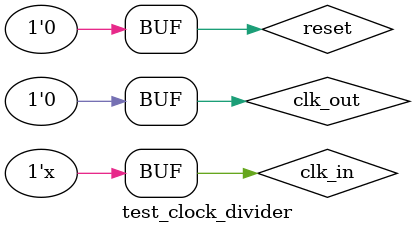
<source format=sv>
`timescale 1ns / 1ps
/*
NOMBRE DEL MODULO: test
FECHA DE CREACION:20-04-2023
FECHA DE MODIFICACION: 
FUNCION: test para los clock divider
*/

module test_clock_divider();
logic clk_in;
logic reset;
logic clk_out;

/*clock_divider #(.counter_max(1666666)) DUT(
    .clk_in(clk_in),
    .reset(reset),
    .clk_out(clk_out)
    );*/
    
clock_divider_2 #(.frec_base(100),.frec_salida(50)) DUT(
    .clk_in(clk_in),
    .reset(reset),
    .clk_out(clk_out)
    );    

always #5 clk_in =~clk_in;
initial begin 
    clk_in=0;
    clk_out=0;
    reset=1;
    #10
    reset=0;
end
endmodule

</source>
